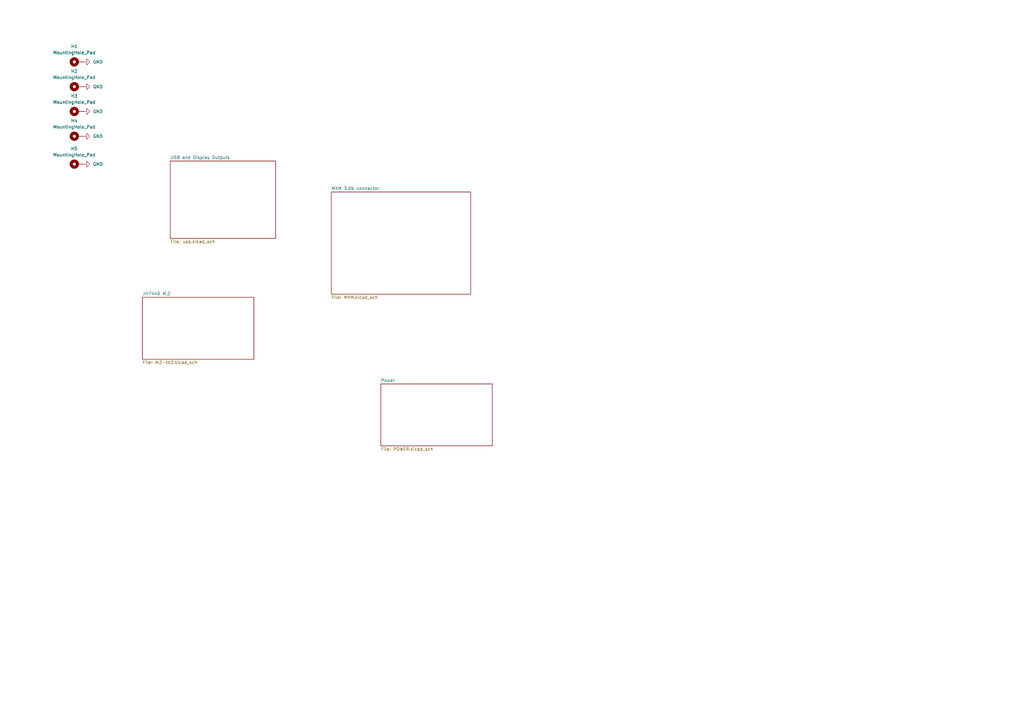
<source format=kicad_sch>
(kicad_sch (version 20250114) (generator "eeschema") (generator_version "9.0")
  (paper "A3")
  (lib_symbols
    (symbol "Mechanical:MountingHole_Pad" (pin_numbers (hide yes)) (pin_names (offset 1.016) (hide yes)) (in_bom no)
      (property "Reference" "H" (at 0 6.35 0))
      (property "Value" "MountingHole_Pad" (at 0 4.445 0))
      (symbol "MountingHole_Pad_0_1"
        (circle (center 0 1.27) (radius 1.27) (stroke (width 1.27)))
      )
      (symbol "MountingHole_Pad_1_1"
        (pin input line (at 0 -2.54 90) (length 2.54) (name "1") (number "1"))
      )
    )
    (symbol "power:GND" (power) (pin_numbers (hide yes)) (pin_names (offset 0) (hide yes))
      (property "Value" "GND" (at 0 -3.81 0))
      (symbol "GND_0_1"
        (polyline (pts (xy 0 0) (xy 0 -1.27) (xy 1.27 -1.27) (xy 0 -2.54) (xy -1.27 -1.27) (xy 0 -1.27)))
      )
      (symbol "GND_1_1"
        (pin power_in line (at 0 0 270) (length 0) (name "~") (number "1"))
      )
    )
  )
  (symbol (lib_id "power:GND") (at 34.29 35.56 90) (unit 1)
    (property "Reference" "#PWR021" (effects (hide yes)))
    (property "Value" "GND" (at 38.1 35.5599 90) (effects (justify right)))
    (property "Description" "Power symbol creates a global label with name \"GND\" , ground" (effects (hide yes)))
  )
  (symbol (lib_id "Mechanical:MountingHole_Pad") (at 31.75 25.4 90) (unit 1) (in_bom no)
    (property "Reference" "H1" (at 30.48 19.05 90))
    (property "Value" "MountingHole_Pad" (at 30.48 21.59 90))
    (property "Footprint" "MountingHole:MountingHole_3.2mm_M3_DIN965_Pad" (effects (hide yes)))
    (property "Description" "Mounting Hole with connection" (effects (hide yes)))
  )
  (symbol (lib_id "Mechanical:MountingHole_Pad") (at 31.75 45.72 90) (unit 1) (in_bom no)
    (property "Reference" "H3" (at 30.48 39.37 90))
    (property "Value" "MountingHole_Pad" (at 30.48 41.91 90))
    (property "Footprint" "MountingHole:MountingHole_3.2mm_M3_DIN965_Pad" (effects (hide yes)))
    (property "Description" "Mounting Hole with connection" (effects (hide yes)))
  )
  (symbol (lib_id "power:GND") (at 34.29 55.88 90) (unit 1)
    (property "Reference" "#PWR023" (effects (hide yes)))
    (property "Value" "GND" (at 38.1 55.8799 90) (effects (justify right)))
    (property "Description" "Power symbol creates a global label with name \"GND\" , ground" (effects (hide yes)))
  )
  (symbol (lib_id "Mechanical:MountingHole_Pad") (at 31.75 55.88 90) (unit 1) (in_bom no)
    (property "Reference" "H4" (at 30.48 49.53 90))
    (property "Value" "MountingHole_Pad" (at 30.48 52.07 90))
    (property "Footprint" "MountingHole:MountingHole_3.2mm_M3_DIN965_Pad" (effects (hide yes)))
    (property "Description" "Mounting Hole with connection" (effects (hide yes)))
  )
  (symbol (lib_id "Mechanical:MountingHole_Pad") (at 31.75 35.56 90) (unit 1) (in_bom no)
    (property "Reference" "H2" (at 30.48 29.21 90))
    (property "Value" "MountingHole_Pad" (at 30.48 31.75 90))
    (property "Footprint" "MountingHole:MountingHole_3.2mm_M3_DIN965_Pad" (effects (hide yes)))
    (property "Description" "Mounting Hole with connection" (effects (hide yes)))
  )
  (symbol (lib_id "power:GND") (at 34.29 25.4 90) (unit 1)
    (property "Reference" "#PWR020" (effects (hide yes)))
    (property "Value" "GND" (at 38.1 25.3999 90) (effects (justify right)))
    (property "Description" "Power symbol creates a global label with name \"GND\" , ground" (effects (hide yes)))
  )
  (symbol (lib_id "Mechanical:MountingHole_Pad") (at 31.75 67.31 90) (unit 1) (in_bom no)
    (property "Reference" "H5" (at 30.48 60.96 90))
    (property "Value" "MountingHole_Pad" (at 30.48 63.5 90))
    (property "Footprint" "MountingHole:MountingHole_3.2mm_M3_DIN965_Pad" (effects (hide yes)))
    (property "Description" "Mounting Hole with connection" (effects (hide yes)))
  )
  (symbol (lib_id "power:GND") (at 34.29 67.31 90) (unit 1)
    (property "Reference" "#PWR024" (effects (hide yes)))
    (property "Value" "GND" (at 38.1 67.3099 90) (effects (justify right)))
    (property "Description" "Power symbol creates a global label with name \"GND\" , ground" (effects (hide yes)))
  )
  (symbol (lib_id "power:GND") (at 34.29 45.72 90) (unit 1)
    (property "Reference" "#PWR022" (effects (hide yes)))
    (property "Value" "GND" (at 38.1 45.7199 90) (effects (justify right)))
    (property "Description" "Power symbol creates a global label with name \"GND\" , ground" (effects (hide yes)))
  )
  (sheet (at 58.42 121.92) (size 45.72 25.4) (stroke (width 0.1524))
    (property "Sheetname" "JH7440 M.2" (at 58.42 121.2084 0) (effects (justify left bottom)))
    (property "Sheetfile" "m2-tb3.kicad_sch" (at 58.42 147.9046 0) (effects (justify left top)))
  )
  (sheet (at 69.85 66.04) (size 43.18 31.75) (stroke (width 0.1524))
    (property "Sheetname" "USB and Display Outputs" (at 69.85 65.3284 0) (effects (justify left bottom)))
    (property "Sheetfile" "usb.kicad_sch" (at 69.85 98.3746 0) (effects (justify left top)))
  )
  (sheet (at 135.89 78.74) (size 57.15 41.91) (stroke (width 0.1524))
    (property "Sheetname" "MXM 3.0b connector" (at 135.89 78.0284 0) (effects (justify left bottom)))
    (property "Sheetfile" "MXM.kicad_sch" (at 135.89 121.2346 0) (effects (justify left top)))
  )
  (sheet (at 156.21 157.48) (size 45.72 25.4) (stroke (width 0.1524))
    (property "Sheetname" "Power" (at 156.21 156.7684 0) (effects (justify left bottom)))
    (property "Sheetfile" "POWER.kicad_sch" (at 156.21 183.4646 0) (effects (justify left top)))
  )
)
</source>
